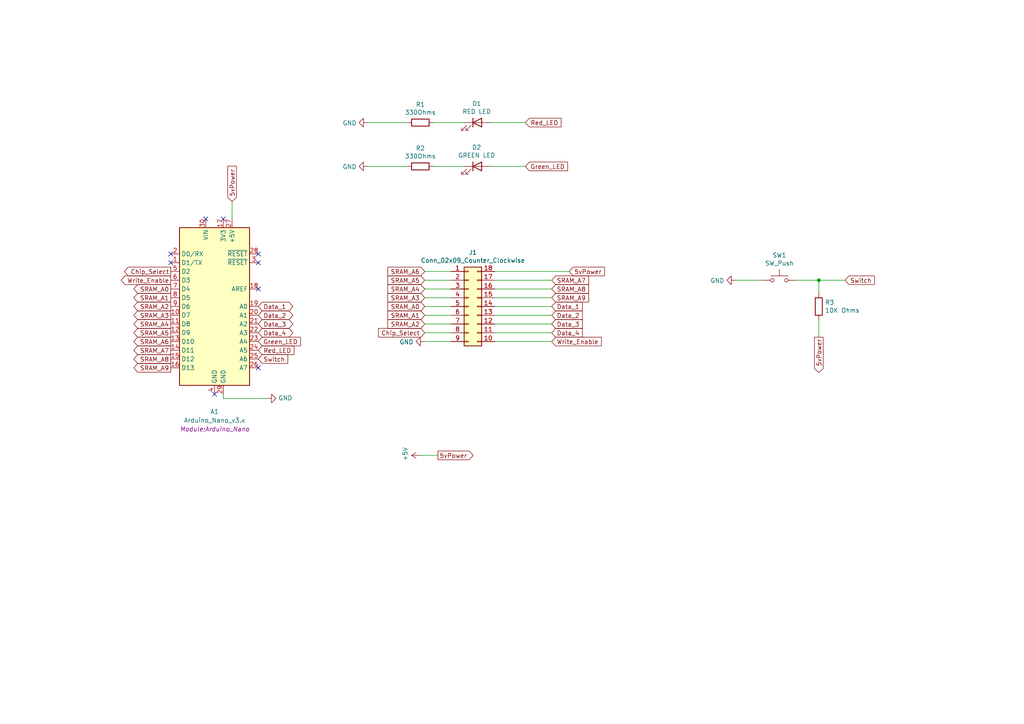
<source format=kicad_sch>
(kicad_sch (version 20211123) (generator eeschema)

  (uuid 760d7e02-828e-491e-aafa-70ee3ccc1879)

  (paper "A4")

  (title_block
    (title "2114 SRAM tester")
    (date "2021-07-02")
    (rev "0.1")
  )

  (lib_symbols
    (symbol "Connector_Generic:Conn_02x09_Counter_Clockwise" (pin_names (offset 1.016) hide) (in_bom yes) (on_board yes)
      (property "Reference" "J" (id 0) (at 1.27 12.7 0)
        (effects (font (size 1.27 1.27)))
      )
      (property "Value" "Conn_02x09_Counter_Clockwise" (id 1) (at 1.27 -12.7 0)
        (effects (font (size 1.27 1.27)))
      )
      (property "Footprint" "" (id 2) (at 0 0 0)
        (effects (font (size 1.27 1.27)) hide)
      )
      (property "Datasheet" "~" (id 3) (at 0 0 0)
        (effects (font (size 1.27 1.27)) hide)
      )
      (property "ki_keywords" "connector" (id 4) (at 0 0 0)
        (effects (font (size 1.27 1.27)) hide)
      )
      (property "ki_description" "Generic connector, double row, 02x09, counter clockwise pin numbering scheme (similar to DIP packge numbering), script generated (kicad-library-utils/schlib/autogen/connector/)" (id 5) (at 0 0 0)
        (effects (font (size 1.27 1.27)) hide)
      )
      (property "ki_fp_filters" "Connector*:*_2x??_*" (id 6) (at 0 0 0)
        (effects (font (size 1.27 1.27)) hide)
      )
      (symbol "Conn_02x09_Counter_Clockwise_1_1"
        (rectangle (start -1.27 -10.033) (end 0 -10.287)
          (stroke (width 0.1524) (type default) (color 0 0 0 0))
          (fill (type none))
        )
        (rectangle (start -1.27 -7.493) (end 0 -7.747)
          (stroke (width 0.1524) (type default) (color 0 0 0 0))
          (fill (type none))
        )
        (rectangle (start -1.27 -4.953) (end 0 -5.207)
          (stroke (width 0.1524) (type default) (color 0 0 0 0))
          (fill (type none))
        )
        (rectangle (start -1.27 -2.413) (end 0 -2.667)
          (stroke (width 0.1524) (type default) (color 0 0 0 0))
          (fill (type none))
        )
        (rectangle (start -1.27 0.127) (end 0 -0.127)
          (stroke (width 0.1524) (type default) (color 0 0 0 0))
          (fill (type none))
        )
        (rectangle (start -1.27 2.667) (end 0 2.413)
          (stroke (width 0.1524) (type default) (color 0 0 0 0))
          (fill (type none))
        )
        (rectangle (start -1.27 5.207) (end 0 4.953)
          (stroke (width 0.1524) (type default) (color 0 0 0 0))
          (fill (type none))
        )
        (rectangle (start -1.27 7.747) (end 0 7.493)
          (stroke (width 0.1524) (type default) (color 0 0 0 0))
          (fill (type none))
        )
        (rectangle (start -1.27 10.287) (end 0 10.033)
          (stroke (width 0.1524) (type default) (color 0 0 0 0))
          (fill (type none))
        )
        (rectangle (start -1.27 11.43) (end 3.81 -11.43)
          (stroke (width 0.254) (type default) (color 0 0 0 0))
          (fill (type background))
        )
        (rectangle (start 3.81 -10.033) (end 2.54 -10.287)
          (stroke (width 0.1524) (type default) (color 0 0 0 0))
          (fill (type none))
        )
        (rectangle (start 3.81 -7.493) (end 2.54 -7.747)
          (stroke (width 0.1524) (type default) (color 0 0 0 0))
          (fill (type none))
        )
        (rectangle (start 3.81 -4.953) (end 2.54 -5.207)
          (stroke (width 0.1524) (type default) (color 0 0 0 0))
          (fill (type none))
        )
        (rectangle (start 3.81 -2.413) (end 2.54 -2.667)
          (stroke (width 0.1524) (type default) (color 0 0 0 0))
          (fill (type none))
        )
        (rectangle (start 3.81 0.127) (end 2.54 -0.127)
          (stroke (width 0.1524) (type default) (color 0 0 0 0))
          (fill (type none))
        )
        (rectangle (start 3.81 2.667) (end 2.54 2.413)
          (stroke (width 0.1524) (type default) (color 0 0 0 0))
          (fill (type none))
        )
        (rectangle (start 3.81 5.207) (end 2.54 4.953)
          (stroke (width 0.1524) (type default) (color 0 0 0 0))
          (fill (type none))
        )
        (rectangle (start 3.81 7.747) (end 2.54 7.493)
          (stroke (width 0.1524) (type default) (color 0 0 0 0))
          (fill (type none))
        )
        (rectangle (start 3.81 10.287) (end 2.54 10.033)
          (stroke (width 0.1524) (type default) (color 0 0 0 0))
          (fill (type none))
        )
        (pin passive line (at -5.08 10.16 0) (length 3.81)
          (name "Pin_1" (effects (font (size 1.27 1.27))))
          (number "1" (effects (font (size 1.27 1.27))))
        )
        (pin passive line (at 7.62 -10.16 180) (length 3.81)
          (name "Pin_10" (effects (font (size 1.27 1.27))))
          (number "10" (effects (font (size 1.27 1.27))))
        )
        (pin passive line (at 7.62 -7.62 180) (length 3.81)
          (name "Pin_11" (effects (font (size 1.27 1.27))))
          (number "11" (effects (font (size 1.27 1.27))))
        )
        (pin passive line (at 7.62 -5.08 180) (length 3.81)
          (name "Pin_12" (effects (font (size 1.27 1.27))))
          (number "12" (effects (font (size 1.27 1.27))))
        )
        (pin passive line (at 7.62 -2.54 180) (length 3.81)
          (name "Pin_13" (effects (font (size 1.27 1.27))))
          (number "13" (effects (font (size 1.27 1.27))))
        )
        (pin passive line (at 7.62 0 180) (length 3.81)
          (name "Pin_14" (effects (font (size 1.27 1.27))))
          (number "14" (effects (font (size 1.27 1.27))))
        )
        (pin passive line (at 7.62 2.54 180) (length 3.81)
          (name "Pin_15" (effects (font (size 1.27 1.27))))
          (number "15" (effects (font (size 1.27 1.27))))
        )
        (pin passive line (at 7.62 5.08 180) (length 3.81)
          (name "Pin_16" (effects (font (size 1.27 1.27))))
          (number "16" (effects (font (size 1.27 1.27))))
        )
        (pin passive line (at 7.62 7.62 180) (length 3.81)
          (name "Pin_17" (effects (font (size 1.27 1.27))))
          (number "17" (effects (font (size 1.27 1.27))))
        )
        (pin passive line (at 7.62 10.16 180) (length 3.81)
          (name "Pin_18" (effects (font (size 1.27 1.27))))
          (number "18" (effects (font (size 1.27 1.27))))
        )
        (pin passive line (at -5.08 7.62 0) (length 3.81)
          (name "Pin_2" (effects (font (size 1.27 1.27))))
          (number "2" (effects (font (size 1.27 1.27))))
        )
        (pin passive line (at -5.08 5.08 0) (length 3.81)
          (name "Pin_3" (effects (font (size 1.27 1.27))))
          (number "3" (effects (font (size 1.27 1.27))))
        )
        (pin passive line (at -5.08 2.54 0) (length 3.81)
          (name "Pin_4" (effects (font (size 1.27 1.27))))
          (number "4" (effects (font (size 1.27 1.27))))
        )
        (pin passive line (at -5.08 0 0) (length 3.81)
          (name "Pin_5" (effects (font (size 1.27 1.27))))
          (number "5" (effects (font (size 1.27 1.27))))
        )
        (pin passive line (at -5.08 -2.54 0) (length 3.81)
          (name "Pin_6" (effects (font (size 1.27 1.27))))
          (number "6" (effects (font (size 1.27 1.27))))
        )
        (pin passive line (at -5.08 -5.08 0) (length 3.81)
          (name "Pin_7" (effects (font (size 1.27 1.27))))
          (number "7" (effects (font (size 1.27 1.27))))
        )
        (pin passive line (at -5.08 -7.62 0) (length 3.81)
          (name "Pin_8" (effects (font (size 1.27 1.27))))
          (number "8" (effects (font (size 1.27 1.27))))
        )
        (pin passive line (at -5.08 -10.16 0) (length 3.81)
          (name "Pin_9" (effects (font (size 1.27 1.27))))
          (number "9" (effects (font (size 1.27 1.27))))
        )
      )
    )
    (symbol "Device:LED" (pin_numbers hide) (pin_names (offset 1.016) hide) (in_bom yes) (on_board yes)
      (property "Reference" "D" (id 0) (at 0 2.54 0)
        (effects (font (size 1.27 1.27)))
      )
      (property "Value" "LED" (id 1) (at 0 -2.54 0)
        (effects (font (size 1.27 1.27)))
      )
      (property "Footprint" "" (id 2) (at 0 0 0)
        (effects (font (size 1.27 1.27)) hide)
      )
      (property "Datasheet" "~" (id 3) (at 0 0 0)
        (effects (font (size 1.27 1.27)) hide)
      )
      (property "ki_keywords" "LED diode" (id 4) (at 0 0 0)
        (effects (font (size 1.27 1.27)) hide)
      )
      (property "ki_description" "Light emitting diode" (id 5) (at 0 0 0)
        (effects (font (size 1.27 1.27)) hide)
      )
      (property "ki_fp_filters" "LED* LED_SMD:* LED_THT:*" (id 6) (at 0 0 0)
        (effects (font (size 1.27 1.27)) hide)
      )
      (symbol "LED_0_1"
        (polyline
          (pts
            (xy -1.27 -1.27)
            (xy -1.27 1.27)
          )
          (stroke (width 0.254) (type default) (color 0 0 0 0))
          (fill (type none))
        )
        (polyline
          (pts
            (xy -1.27 0)
            (xy 1.27 0)
          )
          (stroke (width 0) (type default) (color 0 0 0 0))
          (fill (type none))
        )
        (polyline
          (pts
            (xy 1.27 -1.27)
            (xy 1.27 1.27)
            (xy -1.27 0)
            (xy 1.27 -1.27)
          )
          (stroke (width 0.254) (type default) (color 0 0 0 0))
          (fill (type none))
        )
        (polyline
          (pts
            (xy -3.048 -0.762)
            (xy -4.572 -2.286)
            (xy -3.81 -2.286)
            (xy -4.572 -2.286)
            (xy -4.572 -1.524)
          )
          (stroke (width 0) (type default) (color 0 0 0 0))
          (fill (type none))
        )
        (polyline
          (pts
            (xy -1.778 -0.762)
            (xy -3.302 -2.286)
            (xy -2.54 -2.286)
            (xy -3.302 -2.286)
            (xy -3.302 -1.524)
          )
          (stroke (width 0) (type default) (color 0 0 0 0))
          (fill (type none))
        )
      )
      (symbol "LED_1_1"
        (pin passive line (at -3.81 0 0) (length 2.54)
          (name "K" (effects (font (size 1.27 1.27))))
          (number "1" (effects (font (size 1.27 1.27))))
        )
        (pin passive line (at 3.81 0 180) (length 2.54)
          (name "A" (effects (font (size 1.27 1.27))))
          (number "2" (effects (font (size 1.27 1.27))))
        )
      )
    )
    (symbol "Device:R" (pin_numbers hide) (pin_names (offset 0)) (in_bom yes) (on_board yes)
      (property "Reference" "R" (id 0) (at 2.032 0 90)
        (effects (font (size 1.27 1.27)))
      )
      (property "Value" "R" (id 1) (at 0 0 90)
        (effects (font (size 1.27 1.27)))
      )
      (property "Footprint" "" (id 2) (at -1.778 0 90)
        (effects (font (size 1.27 1.27)) hide)
      )
      (property "Datasheet" "~" (id 3) (at 0 0 0)
        (effects (font (size 1.27 1.27)) hide)
      )
      (property "ki_keywords" "R res resistor" (id 4) (at 0 0 0)
        (effects (font (size 1.27 1.27)) hide)
      )
      (property "ki_description" "Resistor" (id 5) (at 0 0 0)
        (effects (font (size 1.27 1.27)) hide)
      )
      (property "ki_fp_filters" "R_*" (id 6) (at 0 0 0)
        (effects (font (size 1.27 1.27)) hide)
      )
      (symbol "R_0_1"
        (rectangle (start -1.016 -2.54) (end 1.016 2.54)
          (stroke (width 0.254) (type default) (color 0 0 0 0))
          (fill (type none))
        )
      )
      (symbol "R_1_1"
        (pin passive line (at 0 3.81 270) (length 1.27)
          (name "~" (effects (font (size 1.27 1.27))))
          (number "1" (effects (font (size 1.27 1.27))))
        )
        (pin passive line (at 0 -3.81 90) (length 1.27)
          (name "~" (effects (font (size 1.27 1.27))))
          (number "2" (effects (font (size 1.27 1.27))))
        )
      )
    )
    (symbol "MCU_Module:Arduino_Nano_v3.x" (in_bom yes) (on_board yes)
      (property "Reference" "A" (id 0) (at -10.16 23.495 0)
        (effects (font (size 1.27 1.27)) (justify left bottom))
      )
      (property "Value" "Arduino_Nano_v3.x" (id 1) (at 5.08 -24.13 0)
        (effects (font (size 1.27 1.27)) (justify left top))
      )
      (property "Footprint" "Module:Arduino_Nano" (id 2) (at 0 0 0)
        (effects (font (size 1.27 1.27) italic) hide)
      )
      (property "Datasheet" "http://www.mouser.com/pdfdocs/Gravitech_Arduino_Nano3_0.pdf" (id 3) (at 0 0 0)
        (effects (font (size 1.27 1.27)) hide)
      )
      (property "ki_keywords" "Arduino nano microcontroller module USB" (id 4) (at 0 0 0)
        (effects (font (size 1.27 1.27)) hide)
      )
      (property "ki_description" "Arduino Nano v3.x" (id 5) (at 0 0 0)
        (effects (font (size 1.27 1.27)) hide)
      )
      (property "ki_fp_filters" "Arduino*Nano*" (id 6) (at 0 0 0)
        (effects (font (size 1.27 1.27)) hide)
      )
      (symbol "Arduino_Nano_v3.x_0_1"
        (rectangle (start -10.16 22.86) (end 10.16 -22.86)
          (stroke (width 0.254) (type default) (color 0 0 0 0))
          (fill (type background))
        )
      )
      (symbol "Arduino_Nano_v3.x_1_1"
        (pin bidirectional line (at -12.7 12.7 0) (length 2.54)
          (name "D1/TX" (effects (font (size 1.27 1.27))))
          (number "1" (effects (font (size 1.27 1.27))))
        )
        (pin bidirectional line (at -12.7 -2.54 0) (length 2.54)
          (name "D7" (effects (font (size 1.27 1.27))))
          (number "10" (effects (font (size 1.27 1.27))))
        )
        (pin bidirectional line (at -12.7 -5.08 0) (length 2.54)
          (name "D8" (effects (font (size 1.27 1.27))))
          (number "11" (effects (font (size 1.27 1.27))))
        )
        (pin bidirectional line (at -12.7 -7.62 0) (length 2.54)
          (name "D9" (effects (font (size 1.27 1.27))))
          (number "12" (effects (font (size 1.27 1.27))))
        )
        (pin bidirectional line (at -12.7 -10.16 0) (length 2.54)
          (name "D10" (effects (font (size 1.27 1.27))))
          (number "13" (effects (font (size 1.27 1.27))))
        )
        (pin bidirectional line (at -12.7 -12.7 0) (length 2.54)
          (name "D11" (effects (font (size 1.27 1.27))))
          (number "14" (effects (font (size 1.27 1.27))))
        )
        (pin bidirectional line (at -12.7 -15.24 0) (length 2.54)
          (name "D12" (effects (font (size 1.27 1.27))))
          (number "15" (effects (font (size 1.27 1.27))))
        )
        (pin bidirectional line (at -12.7 -17.78 0) (length 2.54)
          (name "D13" (effects (font (size 1.27 1.27))))
          (number "16" (effects (font (size 1.27 1.27))))
        )
        (pin power_out line (at 2.54 25.4 270) (length 2.54)
          (name "3V3" (effects (font (size 1.27 1.27))))
          (number "17" (effects (font (size 1.27 1.27))))
        )
        (pin input line (at 12.7 5.08 180) (length 2.54)
          (name "AREF" (effects (font (size 1.27 1.27))))
          (number "18" (effects (font (size 1.27 1.27))))
        )
        (pin bidirectional line (at 12.7 0 180) (length 2.54)
          (name "A0" (effects (font (size 1.27 1.27))))
          (number "19" (effects (font (size 1.27 1.27))))
        )
        (pin bidirectional line (at -12.7 15.24 0) (length 2.54)
          (name "D0/RX" (effects (font (size 1.27 1.27))))
          (number "2" (effects (font (size 1.27 1.27))))
        )
        (pin bidirectional line (at 12.7 -2.54 180) (length 2.54)
          (name "A1" (effects (font (size 1.27 1.27))))
          (number "20" (effects (font (size 1.27 1.27))))
        )
        (pin bidirectional line (at 12.7 -5.08 180) (length 2.54)
          (name "A2" (effects (font (size 1.27 1.27))))
          (number "21" (effects (font (size 1.27 1.27))))
        )
        (pin bidirectional line (at 12.7 -7.62 180) (length 2.54)
          (name "A3" (effects (font (size 1.27 1.27))))
          (number "22" (effects (font (size 1.27 1.27))))
        )
        (pin bidirectional line (at 12.7 -10.16 180) (length 2.54)
          (name "A4" (effects (font (size 1.27 1.27))))
          (number "23" (effects (font (size 1.27 1.27))))
        )
        (pin bidirectional line (at 12.7 -12.7 180) (length 2.54)
          (name "A5" (effects (font (size 1.27 1.27))))
          (number "24" (effects (font (size 1.27 1.27))))
        )
        (pin bidirectional line (at 12.7 -15.24 180) (length 2.54)
          (name "A6" (effects (font (size 1.27 1.27))))
          (number "25" (effects (font (size 1.27 1.27))))
        )
        (pin bidirectional line (at 12.7 -17.78 180) (length 2.54)
          (name "A7" (effects (font (size 1.27 1.27))))
          (number "26" (effects (font (size 1.27 1.27))))
        )
        (pin power_out line (at 5.08 25.4 270) (length 2.54)
          (name "+5V" (effects (font (size 1.27 1.27))))
          (number "27" (effects (font (size 1.27 1.27))))
        )
        (pin input line (at 12.7 15.24 180) (length 2.54)
          (name "~{RESET}" (effects (font (size 1.27 1.27))))
          (number "28" (effects (font (size 1.27 1.27))))
        )
        (pin power_in line (at 2.54 -25.4 90) (length 2.54)
          (name "GND" (effects (font (size 1.27 1.27))))
          (number "29" (effects (font (size 1.27 1.27))))
        )
        (pin input line (at 12.7 12.7 180) (length 2.54)
          (name "~{RESET}" (effects (font (size 1.27 1.27))))
          (number "3" (effects (font (size 1.27 1.27))))
        )
        (pin power_in line (at -2.54 25.4 270) (length 2.54)
          (name "VIN" (effects (font (size 1.27 1.27))))
          (number "30" (effects (font (size 1.27 1.27))))
        )
        (pin power_in line (at 0 -25.4 90) (length 2.54)
          (name "GND" (effects (font (size 1.27 1.27))))
          (number "4" (effects (font (size 1.27 1.27))))
        )
        (pin bidirectional line (at -12.7 10.16 0) (length 2.54)
          (name "D2" (effects (font (size 1.27 1.27))))
          (number "5" (effects (font (size 1.27 1.27))))
        )
        (pin bidirectional line (at -12.7 7.62 0) (length 2.54)
          (name "D3" (effects (font (size 1.27 1.27))))
          (number "6" (effects (font (size 1.27 1.27))))
        )
        (pin bidirectional line (at -12.7 5.08 0) (length 2.54)
          (name "D4" (effects (font (size 1.27 1.27))))
          (number "7" (effects (font (size 1.27 1.27))))
        )
        (pin bidirectional line (at -12.7 2.54 0) (length 2.54)
          (name "D5" (effects (font (size 1.27 1.27))))
          (number "8" (effects (font (size 1.27 1.27))))
        )
        (pin bidirectional line (at -12.7 0 0) (length 2.54)
          (name "D6" (effects (font (size 1.27 1.27))))
          (number "9" (effects (font (size 1.27 1.27))))
        )
      )
    )
    (symbol "Switch:SW_Push" (pin_numbers hide) (pin_names (offset 1.016) hide) (in_bom yes) (on_board yes)
      (property "Reference" "SW" (id 0) (at 1.27 2.54 0)
        (effects (font (size 1.27 1.27)) (justify left))
      )
      (property "Value" "SW_Push" (id 1) (at 0 -1.524 0)
        (effects (font (size 1.27 1.27)))
      )
      (property "Footprint" "" (id 2) (at 0 5.08 0)
        (effects (font (size 1.27 1.27)) hide)
      )
      (property "Datasheet" "~" (id 3) (at 0 5.08 0)
        (effects (font (size 1.27 1.27)) hide)
      )
      (property "ki_keywords" "switch normally-open pushbutton push-button" (id 4) (at 0 0 0)
        (effects (font (size 1.27 1.27)) hide)
      )
      (property "ki_description" "Push button switch, generic, two pins" (id 5) (at 0 0 0)
        (effects (font (size 1.27 1.27)) hide)
      )
      (symbol "SW_Push_0_1"
        (circle (center -2.032 0) (radius 0.508)
          (stroke (width 0) (type default) (color 0 0 0 0))
          (fill (type none))
        )
        (polyline
          (pts
            (xy 0 1.27)
            (xy 0 3.048)
          )
          (stroke (width 0) (type default) (color 0 0 0 0))
          (fill (type none))
        )
        (polyline
          (pts
            (xy 2.54 1.27)
            (xy -2.54 1.27)
          )
          (stroke (width 0) (type default) (color 0 0 0 0))
          (fill (type none))
        )
        (circle (center 2.032 0) (radius 0.508)
          (stroke (width 0) (type default) (color 0 0 0 0))
          (fill (type none))
        )
        (pin passive line (at -5.08 0 0) (length 2.54)
          (name "1" (effects (font (size 1.27 1.27))))
          (number "1" (effects (font (size 1.27 1.27))))
        )
        (pin passive line (at 5.08 0 180) (length 2.54)
          (name "2" (effects (font (size 1.27 1.27))))
          (number "2" (effects (font (size 1.27 1.27))))
        )
      )
    )
    (symbol "power:+5V" (power) (pin_names (offset 0)) (in_bom yes) (on_board yes)
      (property "Reference" "#PWR" (id 0) (at 0 -3.81 0)
        (effects (font (size 1.27 1.27)) hide)
      )
      (property "Value" "+5V" (id 1) (at 0 3.556 0)
        (effects (font (size 1.27 1.27)))
      )
      (property "Footprint" "" (id 2) (at 0 0 0)
        (effects (font (size 1.27 1.27)) hide)
      )
      (property "Datasheet" "" (id 3) (at 0 0 0)
        (effects (font (size 1.27 1.27)) hide)
      )
      (property "ki_keywords" "power-flag" (id 4) (at 0 0 0)
        (effects (font (size 1.27 1.27)) hide)
      )
      (property "ki_description" "Power symbol creates a global label with name \"+5V\"" (id 5) (at 0 0 0)
        (effects (font (size 1.27 1.27)) hide)
      )
      (symbol "+5V_0_1"
        (polyline
          (pts
            (xy -0.762 1.27)
            (xy 0 2.54)
          )
          (stroke (width 0) (type default) (color 0 0 0 0))
          (fill (type none))
        )
        (polyline
          (pts
            (xy 0 0)
            (xy 0 2.54)
          )
          (stroke (width 0) (type default) (color 0 0 0 0))
          (fill (type none))
        )
        (polyline
          (pts
            (xy 0 2.54)
            (xy 0.762 1.27)
          )
          (stroke (width 0) (type default) (color 0 0 0 0))
          (fill (type none))
        )
      )
      (symbol "+5V_1_1"
        (pin power_in line (at 0 0 90) (length 0) hide
          (name "+5V" (effects (font (size 1.27 1.27))))
          (number "1" (effects (font (size 1.27 1.27))))
        )
      )
    )
    (symbol "power:GND" (power) (pin_names (offset 0)) (in_bom yes) (on_board yes)
      (property "Reference" "#PWR" (id 0) (at 0 -6.35 0)
        (effects (font (size 1.27 1.27)) hide)
      )
      (property "Value" "GND" (id 1) (at 0 -3.81 0)
        (effects (font (size 1.27 1.27)))
      )
      (property "Footprint" "" (id 2) (at 0 0 0)
        (effects (font (size 1.27 1.27)) hide)
      )
      (property "Datasheet" "" (id 3) (at 0 0 0)
        (effects (font (size 1.27 1.27)) hide)
      )
      (property "ki_keywords" "power-flag" (id 4) (at 0 0 0)
        (effects (font (size 1.27 1.27)) hide)
      )
      (property "ki_description" "Power symbol creates a global label with name \"GND\" , ground" (id 5) (at 0 0 0)
        (effects (font (size 1.27 1.27)) hide)
      )
      (symbol "GND_0_1"
        (polyline
          (pts
            (xy 0 0)
            (xy 0 -1.27)
            (xy 1.27 -1.27)
            (xy 0 -2.54)
            (xy -1.27 -1.27)
            (xy 0 -1.27)
          )
          (stroke (width 0) (type default) (color 0 0 0 0))
          (fill (type none))
        )
      )
      (symbol "GND_1_1"
        (pin power_in line (at 0 0 270) (length 0) hide
          (name "GND" (effects (font (size 1.27 1.27))))
          (number "1" (effects (font (size 1.27 1.27))))
        )
      )
    )
  )

  (junction (at 237.49 81.28) (diameter 0) (color 0 0 0 0)
    (uuid d822fce5-845b-4812-8e20-22b98ce25a6f)
  )

  (no_connect (at 64.77 63.5) (uuid 65e3cc5d-cac9-4107-8f1b-b3b39dc14cc7))
  (no_connect (at 74.93 83.82) (uuid 74f59414-cd5b-4374-b62f-e8763d77c1c0))
  (no_connect (at 59.69 63.5) (uuid 80738059-95b7-4e03-aa3c-a940fcff07f8))
  (no_connect (at 74.93 73.66) (uuid b3684c14-f9da-4f6a-841e-8f572341a413))
  (no_connect (at 74.93 106.68) (uuid bbff1c8b-5ded-4dc7-99bb-14278387eb5f))
  (no_connect (at 49.53 73.66) (uuid d88f3343-58d5-42b6-8161-828d0c931122))
  (no_connect (at 62.23 114.3) (uuid e153b3ae-898b-427b-a1f8-d566f27b9439))
  (no_connect (at 49.53 76.2) (uuid ee82e6a5-21e2-4a15-ac8c-a63f30d4793f))
  (no_connect (at 74.93 76.2) (uuid f8c7aba3-b150-41cd-9a6a-e3ade15a4907))

  (wire (pts (xy 106.68 35.56) (xy 118.11 35.56))
    (stroke (width 0) (type default) (color 0 0 0 0))
    (uuid 006caa24-dadc-4ad1-9fb1-4798de89b365)
  )
  (wire (pts (xy 231.14 81.28) (xy 237.49 81.28))
    (stroke (width 0) (type default) (color 0 0 0 0))
    (uuid 0114a614-9fbf-4555-ac3e-c53463eb608d)
  )
  (wire (pts (xy 237.49 85.09) (xy 237.49 81.28))
    (stroke (width 0) (type default) (color 0 0 0 0))
    (uuid 141ee52c-0755-4139-a554-a30749d593af)
  )
  (wire (pts (xy 220.98 81.28) (xy 213.36 81.28))
    (stroke (width 0) (type default) (color 0 0 0 0))
    (uuid 18d13f59-4a51-407e-855b-ea34026f1113)
  )
  (wire (pts (xy 123.19 93.98) (xy 130.81 93.98))
    (stroke (width 0) (type default) (color 0 0 0 0))
    (uuid 19650568-f740-4134-87d8-c4e520f62bbd)
  )
  (wire (pts (xy 64.77 114.3) (xy 64.77 115.57))
    (stroke (width 0) (type default) (color 0 0 0 0))
    (uuid 1fa4ef7c-b519-4e5d-bb8c-803b5de46162)
  )
  (wire (pts (xy 123.19 83.82) (xy 130.81 83.82))
    (stroke (width 0) (type default) (color 0 0 0 0))
    (uuid 295c81a7-9ad7-47b2-a080-b5144ab4311f)
  )
  (wire (pts (xy 143.51 83.82) (xy 160.02 83.82))
    (stroke (width 0) (type default) (color 0 0 0 0))
    (uuid 35f87861-0379-4dab-a108-ffc1915211f2)
  )
  (wire (pts (xy 134.62 48.26) (xy 125.73 48.26))
    (stroke (width 0) (type default) (color 0 0 0 0))
    (uuid 3e364eb1-fe0b-404e-a8b3-d2aa157bbbab)
  )
  (wire (pts (xy 143.51 91.44) (xy 160.02 91.44))
    (stroke (width 0) (type default) (color 0 0 0 0))
    (uuid 549c0150-b086-49fc-8325-8201b60d9672)
  )
  (wire (pts (xy 143.51 93.98) (xy 160.02 93.98))
    (stroke (width 0) (type default) (color 0 0 0 0))
    (uuid 55f8414f-c960-4558-a070-f049dee1756e)
  )
  (wire (pts (xy 237.49 81.28) (xy 245.11 81.28))
    (stroke (width 0) (type default) (color 0 0 0 0))
    (uuid 567b8926-5c42-4814-8de6-de2a595534d6)
  )
  (wire (pts (xy 64.77 115.57) (xy 77.47 115.57))
    (stroke (width 0) (type default) (color 0 0 0 0))
    (uuid 5ff5c335-307f-49da-930d-f21a1520bebf)
  )
  (wire (pts (xy 130.81 99.06) (xy 123.19 99.06))
    (stroke (width 0) (type default) (color 0 0 0 0))
    (uuid 832ec2e5-6b25-4b96-b11d-a70dedb2ee29)
  )
  (wire (pts (xy 143.51 88.9) (xy 160.02 88.9))
    (stroke (width 0) (type default) (color 0 0 0 0))
    (uuid 83b2858e-3d3d-49c2-9891-53d48ca6b267)
  )
  (wire (pts (xy 143.51 81.28) (xy 160.02 81.28))
    (stroke (width 0) (type default) (color 0 0 0 0))
    (uuid 83ffc23b-465f-4d64-afb6-413cb848c333)
  )
  (wire (pts (xy 123.19 91.44) (xy 130.81 91.44))
    (stroke (width 0) (type default) (color 0 0 0 0))
    (uuid 893b87df-cb49-4231-ac02-e5ed04ac9045)
  )
  (wire (pts (xy 143.51 96.52) (xy 160.02 96.52))
    (stroke (width 0) (type default) (color 0 0 0 0))
    (uuid 9248c6b5-d7ac-4ed8-9707-09a1fcb598bf)
  )
  (wire (pts (xy 143.51 86.36) (xy 160.02 86.36))
    (stroke (width 0) (type default) (color 0 0 0 0))
    (uuid a022d08c-c821-4504-a91f-8c467615f26f)
  )
  (wire (pts (xy 152.4 35.56) (xy 142.24 35.56))
    (stroke (width 0) (type default) (color 0 0 0 0))
    (uuid ac4e335f-3a67-408f-a8e4-e0ec53cda22e)
  )
  (wire (pts (xy 123.19 78.74) (xy 130.81 78.74))
    (stroke (width 0) (type default) (color 0 0 0 0))
    (uuid af703da2-382e-485b-983a-059c7a3b74fb)
  )
  (wire (pts (xy 121.92 132.08) (xy 127 132.08))
    (stroke (width 0) (type default) (color 0 0 0 0))
    (uuid bb55c282-989c-40d6-8310-2afc108c9f9b)
  )
  (wire (pts (xy 143.51 99.06) (xy 160.02 99.06))
    (stroke (width 0) (type default) (color 0 0 0 0))
    (uuid c113af8e-e8a2-4852-ada7-da4de4495ca3)
  )
  (wire (pts (xy 123.19 96.52) (xy 130.81 96.52))
    (stroke (width 0) (type default) (color 0 0 0 0))
    (uuid c336b2ff-a6e7-45b9-afab-46692215becc)
  )
  (wire (pts (xy 118.11 48.26) (xy 106.68 48.26))
    (stroke (width 0) (type default) (color 0 0 0 0))
    (uuid cae99395-3c03-4b30-9713-dbefad74064f)
  )
  (wire (pts (xy 134.62 35.56) (xy 125.73 35.56))
    (stroke (width 0) (type default) (color 0 0 0 0))
    (uuid d1a6aada-15ec-4c54-9ff5-494ab3833659)
  )
  (wire (pts (xy 237.49 92.71) (xy 237.49 97.79))
    (stroke (width 0) (type default) (color 0 0 0 0))
    (uuid e0c9740a-4f67-4eb2-b7d6-a60fa000f4a0)
  )
  (wire (pts (xy 67.31 63.5) (xy 67.31 58.42))
    (stroke (width 0) (type default) (color 0 0 0 0))
    (uuid e179947c-1d7f-4b2f-8d09-87339da4ee9e)
  )
  (wire (pts (xy 123.19 88.9) (xy 130.81 88.9))
    (stroke (width 0) (type default) (color 0 0 0 0))
    (uuid e26c9288-0d08-4923-af85-f9975f8b9c27)
  )
  (wire (pts (xy 143.51 78.74) (xy 165.1 78.74))
    (stroke (width 0) (type default) (color 0 0 0 0))
    (uuid e2e9d6d2-a5bb-49d0-b2d2-867a89e67b37)
  )
  (wire (pts (xy 123.19 86.36) (xy 130.81 86.36))
    (stroke (width 0) (type default) (color 0 0 0 0))
    (uuid f0f558a6-4b5a-4bfb-9e48-56819f4ee90c)
  )
  (wire (pts (xy 123.19 81.28) (xy 130.81 81.28))
    (stroke (width 0) (type default) (color 0 0 0 0))
    (uuid f72f1b87-6157-4591-b93e-4cea5609f53a)
  )
  (wire (pts (xy 152.4 48.26) (xy 142.24 48.26))
    (stroke (width 0) (type default) (color 0 0 0 0))
    (uuid fa5a2764-c06c-439d-affc-5d9855caff2a)
  )

  (global_label "SRAM_A2" (shape input) (at 123.19 93.98 180) (fields_autoplaced)
    (effects (font (size 1.27 1.27)) (justify right))
    (uuid 05d16635-40dc-46cd-a939-17027dc034ff)
    (property "Intersheet References" "${INTERSHEET_REFS}" (id 0) (at 0 0 0)
      (effects (font (size 1.27 1.27)) hide)
    )
  )
  (global_label "SRAM_A2" (shape output) (at 49.53 88.9 180) (fields_autoplaced)
    (effects (font (size 1.27 1.27)) (justify right))
    (uuid 07785723-aea7-4725-88a1-2e7d13eb6b6a)
    (property "Intersheet References" "${INTERSHEET_REFS}" (id 0) (at 19.05 8.89 0)
      (effects (font (size 1.27 1.27)) hide)
    )
  )
  (global_label "SRAM_A9" (shape input) (at 160.02 86.36 0) (fields_autoplaced)
    (effects (font (size 1.27 1.27)) (justify left))
    (uuid 0cb03821-e57d-47a4-a8fe-59276a8d6a9a)
    (property "Intersheet References" "${INTERSHEET_REFS}" (id 0) (at 0 0 0)
      (effects (font (size 1.27 1.27)) hide)
    )
  )
  (global_label "SRAM_A8" (shape output) (at 49.53 104.14 180) (fields_autoplaced)
    (effects (font (size 1.27 1.27)) (justify right))
    (uuid 17f6baea-ddb9-4b48-b3ce-650ab7b44490)
    (property "Intersheet References" "${INTERSHEET_REFS}" (id 0) (at 19.05 1.27 0)
      (effects (font (size 1.27 1.27)) hide)
    )
  )
  (global_label "Data_2" (shape bidirectional) (at 74.93 91.44 0) (fields_autoplaced)
    (effects (font (size 1.27 1.27)) (justify left))
    (uuid 1c66bff3-0fcc-4a7e-ac00-c2df2be31ae0)
    (property "Intersheet References" "${INTERSHEET_REFS}" (id 0) (at -10.16 -1.27 0)
      (effects (font (size 1.27 1.27)) hide)
    )
  )
  (global_label "Green_LED" (shape input) (at 152.4 48.26 0) (fields_autoplaced)
    (effects (font (size 1.27 1.27)) (justify left))
    (uuid 23dd1de8-6e07-4a1b-813d-e39d03b9afea)
    (property "Intersheet References" "${INTERSHEET_REFS}" (id 0) (at 0 0 0)
      (effects (font (size 1.27 1.27)) hide)
    )
  )
  (global_label "SRAM_A3" (shape input) (at 123.19 86.36 180) (fields_autoplaced)
    (effects (font (size 1.27 1.27)) (justify right))
    (uuid 29649ccb-223c-430b-b13b-36674539480e)
    (property "Intersheet References" "${INTERSHEET_REFS}" (id 0) (at 0 0 0)
      (effects (font (size 1.27 1.27)) hide)
    )
  )
  (global_label "5vPower" (shape output) (at 127 132.08 0) (fields_autoplaced)
    (effects (font (size 1.27 1.27)) (justify left))
    (uuid 2d5ce052-e282-4378-8e65-d16c27688032)
    (property "Intersheet References" "${INTERSHEET_REFS}" (id 0) (at 0 0 0)
      (effects (font (size 1.27 1.27)) hide)
    )
  )
  (global_label "Write_Enable" (shape input) (at 160.02 99.06 0) (fields_autoplaced)
    (effects (font (size 1.27 1.27)) (justify left))
    (uuid 2e01ac42-e63c-4c5b-b17c-d6d49a1d21cf)
    (property "Intersheet References" "${INTERSHEET_REFS}" (id 0) (at 0 0 0)
      (effects (font (size 1.27 1.27)) hide)
    )
  )
  (global_label "Red_LED" (shape input) (at 152.4 35.56 0) (fields_autoplaced)
    (effects (font (size 1.27 1.27)) (justify left))
    (uuid 31506eb2-e444-49ea-bced-4033007f68d6)
    (property "Intersheet References" "${INTERSHEET_REFS}" (id 0) (at 0 0 0)
      (effects (font (size 1.27 1.27)) hide)
    )
  )
  (global_label "SRAM_A5" (shape input) (at 123.19 81.28 180) (fields_autoplaced)
    (effects (font (size 1.27 1.27)) (justify right))
    (uuid 3c277987-f2a7-42e2-94c5-64ca3968a4ea)
    (property "Intersheet References" "${INTERSHEET_REFS}" (id 0) (at 0 0 0)
      (effects (font (size 1.27 1.27)) hide)
    )
  )
  (global_label "SRAM_A5" (shape output) (at 49.53 96.52 180) (fields_autoplaced)
    (effects (font (size 1.27 1.27)) (justify right))
    (uuid 3db6f70a-4f1e-4138-9e68-ac25491fd0c3)
    (property "Intersheet References" "${INTERSHEET_REFS}" (id 0) (at 19.05 5.08 0)
      (effects (font (size 1.27 1.27)) hide)
    )
  )
  (global_label "Data_2" (shape input) (at 160.02 91.44 0) (fields_autoplaced)
    (effects (font (size 1.27 1.27)) (justify left))
    (uuid 42ede3b0-a5ef-49d4-b0d1-77e06ed55295)
    (property "Intersheet References" "${INTERSHEET_REFS}" (id 0) (at 0 0 0)
      (effects (font (size 1.27 1.27)) hide)
    )
  )
  (global_label "SRAM_A7" (shape output) (at 49.53 101.6 180) (fields_autoplaced)
    (effects (font (size 1.27 1.27)) (justify right))
    (uuid 4b3723b8-5ae6-44ef-be9d-97362660d93c)
    (property "Intersheet References" "${INTERSHEET_REFS}" (id 0) (at 19.05 2.54 0)
      (effects (font (size 1.27 1.27)) hide)
    )
  )
  (global_label "SRAM_A4" (shape input) (at 123.19 83.82 180) (fields_autoplaced)
    (effects (font (size 1.27 1.27)) (justify right))
    (uuid 4ffa35bc-fa03-4c11-9c75-7260d6a148b8)
    (property "Intersheet References" "${INTERSHEET_REFS}" (id 0) (at 0 0 0)
      (effects (font (size 1.27 1.27)) hide)
    )
  )
  (global_label "Data_3" (shape input) (at 160.02 93.98 0) (fields_autoplaced)
    (effects (font (size 1.27 1.27)) (justify left))
    (uuid 54ec7c68-0481-4d7f-bbc5-5995126c918e)
    (property "Intersheet References" "${INTERSHEET_REFS}" (id 0) (at 0 0 0)
      (effects (font (size 1.27 1.27)) hide)
    )
  )
  (global_label "Write_Enable" (shape output) (at 49.53 81.28 180) (fields_autoplaced)
    (effects (font (size 1.27 1.27)) (justify right))
    (uuid 7169716f-7c5b-44ca-b641-64bd403d8be1)
    (property "Intersheet References" "${INTERSHEET_REFS}" (id 0) (at 19.05 15.24 0)
      (effects (font (size 1.27 1.27)) hide)
    )
  )
  (global_label "SRAM_A8" (shape input) (at 160.02 83.82 0) (fields_autoplaced)
    (effects (font (size 1.27 1.27)) (justify left))
    (uuid 7bbe12a6-c0f0-4eac-b01e-0d07c01af2c1)
    (property "Intersheet References" "${INTERSHEET_REFS}" (id 0) (at 0 0 0)
      (effects (font (size 1.27 1.27)) hide)
    )
  )
  (global_label "Data_1" (shape bidirectional) (at 74.93 88.9 0) (fields_autoplaced)
    (effects (font (size 1.27 1.27)) (justify left))
    (uuid 7da9890d-db61-46c8-9fba-bf8e3881798c)
    (property "Intersheet References" "${INTERSHEET_REFS}" (id 0) (at -10.16 0 0)
      (effects (font (size 1.27 1.27)) hide)
    )
  )
  (global_label "SRAM_A7" (shape input) (at 160.02 81.28 0) (fields_autoplaced)
    (effects (font (size 1.27 1.27)) (justify left))
    (uuid 8262add3-d4a5-4113-9b35-e2e4a2c74370)
    (property "Intersheet References" "${INTERSHEET_REFS}" (id 0) (at 0 0 0)
      (effects (font (size 1.27 1.27)) hide)
    )
  )
  (global_label "Red_LED" (shape input) (at 74.93 101.6 0) (fields_autoplaced)
    (effects (font (size 1.27 1.27)) (justify left))
    (uuid 882e4589-5bca-489b-899d-e9ff243c1eba)
    (property "Intersheet References" "${INTERSHEET_REFS}" (id 0) (at -77.47 66.04 0)
      (effects (font (size 1.27 1.27)) hide)
    )
  )
  (global_label "Data_4" (shape input) (at 160.02 96.52 0) (fields_autoplaced)
    (effects (font (size 1.27 1.27)) (justify left))
    (uuid 892e439e-2ff6-4730-b952-f914a77ea6ca)
    (property "Intersheet References" "${INTERSHEET_REFS}" (id 0) (at 0 0 0)
      (effects (font (size 1.27 1.27)) hide)
    )
  )
  (global_label "Green_LED" (shape input) (at 74.93 99.06 0) (fields_autoplaced)
    (effects (font (size 1.27 1.27)) (justify left))
    (uuid 9b9f239d-df19-4580-b276-2c6869e8da13)
    (property "Intersheet References" "${INTERSHEET_REFS}" (id 0) (at -77.47 50.8 0)
      (effects (font (size 1.27 1.27)) hide)
    )
  )
  (global_label "Chip_Select" (shape output) (at 49.53 78.74 180) (fields_autoplaced)
    (effects (font (size 1.27 1.27)) (justify right))
    (uuid a424c36d-6174-460b-b6e0-05fa47190f41)
    (property "Intersheet References" "${INTERSHEET_REFS}" (id 0) (at 19.05 16.51 0)
      (effects (font (size 1.27 1.27)) hide)
    )
  )
  (global_label "SRAM_A6" (shape output) (at 49.53 99.06 180) (fields_autoplaced)
    (effects (font (size 1.27 1.27)) (justify right))
    (uuid ac7e290f-20db-47f8-9d38-cd363fbf0329)
    (property "Intersheet References" "${INTERSHEET_REFS}" (id 0) (at 19.05 3.81 0)
      (effects (font (size 1.27 1.27)) hide)
    )
  )
  (global_label "Chip_Select" (shape input) (at 123.19 96.52 180) (fields_autoplaced)
    (effects (font (size 1.27 1.27)) (justify right))
    (uuid aee262d7-4caf-4734-b028-29cca54fb6ef)
    (property "Intersheet References" "${INTERSHEET_REFS}" (id 0) (at 0 0 0)
      (effects (font (size 1.27 1.27)) hide)
    )
  )
  (global_label "SRAM_A4" (shape output) (at 49.53 93.98 180) (fields_autoplaced)
    (effects (font (size 1.27 1.27)) (justify right))
    (uuid b1105b37-c160-42b7-a244-0e11059b2823)
    (property "Intersheet References" "${INTERSHEET_REFS}" (id 0) (at 19.05 6.35 0)
      (effects (font (size 1.27 1.27)) hide)
    )
  )
  (global_label "SRAM_A9" (shape output) (at 49.53 106.68 180) (fields_autoplaced)
    (effects (font (size 1.27 1.27)) (justify right))
    (uuid bfada257-b456-4e8d-ad7a-bfb67da5a90b)
    (property "Intersheet References" "${INTERSHEET_REFS}" (id 0) (at 19.05 0 0)
      (effects (font (size 1.27 1.27)) hide)
    )
  )
  (global_label "Data_4" (shape bidirectional) (at 74.93 96.52 0) (fields_autoplaced)
    (effects (font (size 1.27 1.27)) (justify left))
    (uuid c0ef8935-818c-4c9c-9f02-093dcca8373a)
    (property "Intersheet References" "${INTERSHEET_REFS}" (id 0) (at -10.16 -3.81 0)
      (effects (font (size 1.27 1.27)) hide)
    )
  )
  (global_label "SRAM_A1" (shape output) (at 49.53 86.36 180) (fields_autoplaced)
    (effects (font (size 1.27 1.27)) (justify right))
    (uuid cac6727f-432f-4012-8c6a-e92607fca7db)
    (property "Intersheet References" "${INTERSHEET_REFS}" (id 0) (at 19.05 10.16 0)
      (effects (font (size 1.27 1.27)) hide)
    )
  )
  (global_label "5vPower" (shape input) (at 165.1 78.74 0) (fields_autoplaced)
    (effects (font (size 1.27 1.27)) (justify left))
    (uuid cf109c94-f1f7-45b8-b416-ee697e5f9b88)
    (property "Intersheet References" "${INTERSHEET_REFS}" (id 0) (at 0 0 0)
      (effects (font (size 1.27 1.27)) hide)
    )
  )
  (global_label "SRAM_A3" (shape output) (at 49.53 91.44 180) (fields_autoplaced)
    (effects (font (size 1.27 1.27)) (justify right))
    (uuid d016cc23-4798-40d2-91cb-e3f70de6a30c)
    (property "Intersheet References" "${INTERSHEET_REFS}" (id 0) (at 19.05 7.62 0)
      (effects (font (size 1.27 1.27)) hide)
    )
  )
  (global_label "SRAM_A6" (shape input) (at 123.19 78.74 180) (fields_autoplaced)
    (effects (font (size 1.27 1.27)) (justify right))
    (uuid d401e51c-3f87-4e20-a6fa-c8aaa91ae167)
    (property "Intersheet References" "${INTERSHEET_REFS}" (id 0) (at 0 0 0)
      (effects (font (size 1.27 1.27)) hide)
    )
  )
  (global_label "Data_1" (shape input) (at 160.02 88.9 0) (fields_autoplaced)
    (effects (font (size 1.27 1.27)) (justify left))
    (uuid e06134ba-fdef-4785-903f-7aec2d77308b)
    (property "Intersheet References" "${INTERSHEET_REFS}" (id 0) (at 0 0 0)
      (effects (font (size 1.27 1.27)) hide)
    )
  )
  (global_label "5vPower" (shape output) (at 237.49 97.79 270) (fields_autoplaced)
    (effects (font (size 1.27 1.27)) (justify right))
    (uuid e903d89c-f430-4498-bb0e-86f2face7547)
    (property "Intersheet References" "${INTERSHEET_REFS}" (id 0) (at 0 0 0)
      (effects (font (size 1.27 1.27)) hide)
    )
  )
  (global_label "Switch" (shape input) (at 245.11 81.28 0) (fields_autoplaced)
    (effects (font (size 1.27 1.27)) (justify left))
    (uuid e96a10e9-2379-4ed7-ba5a-790470712f87)
    (property "Intersheet References" "${INTERSHEET_REFS}" (id 0) (at 0 0 0)
      (effects (font (size 1.27 1.27)) hide)
    )
  )
  (global_label "SRAM_A0" (shape input) (at 123.19 88.9 180) (fields_autoplaced)
    (effects (font (size 1.27 1.27)) (justify right))
    (uuid eafcd184-adb6-45a5-a498-e4a6880bdcb7)
    (property "Intersheet References" "${INTERSHEET_REFS}" (id 0) (at 0 0 0)
      (effects (font (size 1.27 1.27)) hide)
    )
  )
  (global_label "5vPower" (shape input) (at 67.31 58.42 90) (fields_autoplaced)
    (effects (font (size 1.27 1.27)) (justify left))
    (uuid eee4e414-747e-48f2-95cd-a7aa62e9ef84)
    (property "Intersheet References" "${INTERSHEET_REFS}" (id 0) (at 0 0 0)
      (effects (font (size 1.27 1.27)) hide)
    )
  )
  (global_label "Data_3" (shape bidirectional) (at 74.93 93.98 0) (fields_autoplaced)
    (effects (font (size 1.27 1.27)) (justify left))
    (uuid efc5c580-6a5f-4c24-b2c1-a05ebb87461b)
    (property "Intersheet References" "${INTERSHEET_REFS}" (id 0) (at -10.16 -2.54 0)
      (effects (font (size 1.27 1.27)) hide)
    )
  )
  (global_label "SRAM_A0" (shape output) (at 49.53 83.82 180) (fields_autoplaced)
    (effects (font (size 1.27 1.27)) (justify right))
    (uuid fd04a6e2-4433-4a28-8350-727be7a40f46)
    (property "Intersheet References" "${INTERSHEET_REFS}" (id 0) (at 19.05 11.43 0)
      (effects (font (size 1.27 1.27)) hide)
    )
  )
  (global_label "Switch" (shape input) (at 74.93 104.14 0) (fields_autoplaced)
    (effects (font (size 1.27 1.27)) (justify left))
    (uuid fd875f0a-34c3-4eb4-9ca6-0f65492cd9b0)
    (property "Intersheet References" "${INTERSHEET_REFS}" (id 0) (at -10.16 -7.62 0)
      (effects (font (size 1.27 1.27)) hide)
    )
  )
  (global_label "SRAM_A1" (shape input) (at 123.19 91.44 180) (fields_autoplaced)
    (effects (font (size 1.27 1.27)) (justify right))
    (uuid fe13ff4d-6417-478e-b364-9651ac0b4537)
    (property "Intersheet References" "${INTERSHEET_REFS}" (id 0) (at 0 0 0)
      (effects (font (size 1.27 1.27)) hide)
    )
  )

  (symbol (lib_id "MCU_Module:Arduino_Nano_v3.x") (at 62.23 88.9 0) (unit 1)
    (in_bom yes) (on_board yes)
    (uuid 00000000-0000-0000-0000-000060df5bd0)
    (property "Reference" "A1" (id 0) (at 62.23 119.38 0))
    (property "Value" "Arduino_Nano_v3.x" (id 1) (at 62.23 121.92 0))
    (property "Footprint" "Module:Arduino_Nano" (id 2) (at 62.23 124.46 0)
      (effects (font (size 1.27 1.27) italic))
    )
    (property "Datasheet" "http://www.mouser.com/pdfdocs/Gravitech_Arduino_Nano3_0.pdf" (id 3) (at 62.23 88.9 0)
      (effects (font (size 1.27 1.27)) hide)
    )
    (pin "1" (uuid 5f07edac-91c7-42b5-ac36-8f37528ea7a1))
    (pin "10" (uuid 30febbe1-cd69-4e6b-888d-d16538741075))
    (pin "11" (uuid ce634c23-052e-4a19-aa4e-efdc7613551a))
    (pin "12" (uuid 53dc9fdb-2310-435b-b38a-584c5bfe335a))
    (pin "13" (uuid 8148baf9-d38f-49ac-b5c8-1d878e912144))
    (pin "14" (uuid b67bd896-0aa6-427b-9833-c06c8914f189))
    (pin "15" (uuid 46463781-fed9-4ae5-9e3f-caad3d2c6bb7))
    (pin "16" (uuid 8e533e56-6f0e-44ea-be84-22f047ed251b))
    (pin "17" (uuid fa6f1149-7a14-4f39-ae76-7ffed1e15835))
    (pin "18" (uuid 4625fae0-d04f-43f7-85c9-bb4f078c992b))
    (pin "19" (uuid 15945e16-156d-4b94-bbb8-e438bca88915))
    (pin "2" (uuid 631bdcb6-0208-46ea-a48c-7440f15b23f0))
    (pin "20" (uuid bb6712db-7a46-47fc-a7df-14f861831562))
    (pin "21" (uuid fd29807c-dd40-4642-aff3-dfb6cfa0ce4d))
    (pin "22" (uuid bc8587a4-2e90-4b25-aafe-2fb03af65e78))
    (pin "23" (uuid 289727d7-b5ae-4b6d-b2a6-700cfb7516ac))
    (pin "24" (uuid d6c6ab40-6861-46e0-b19a-3a56633a4dda))
    (pin "25" (uuid 62c11c8f-32b2-418a-9ae9-982a20600961))
    (pin "26" (uuid 0c90b6a0-3267-4d2a-9397-85a0d3b2c9b1))
    (pin "27" (uuid 7a5fcbd6-7fa2-403c-a07c-7556df994afe))
    (pin "28" (uuid 24848695-300c-4a83-8e45-a07d3d81d360))
    (pin "29" (uuid 67935bf6-daa5-4bed-b30a-831d10ce0c64))
    (pin "3" (uuid 616eb4eb-8f71-4629-922b-b50d94c5786f))
    (pin "30" (uuid 12a1e5e1-87fb-416f-aa04-e7566f2225e5))
    (pin "4" (uuid f0dfaf0c-f6f2-418b-9167-fab912a8d4dd))
    (pin "5" (uuid d5bd5082-0bb9-4c5b-9288-9bf9847c0e68))
    (pin "6" (uuid 486301b5-565a-47ee-96c3-7bd43487aa14))
    (pin "7" (uuid 4a9b804a-c97f-4b6d-8ad1-7c50a400be4f))
    (pin "8" (uuid e9c1b088-fb88-4f5b-99a8-b58b8f21275c))
    (pin "9" (uuid b197cf88-08db-4be9-bda3-0c82f75e9c80))
  )

  (symbol (lib_id "Connector_Generic:Conn_02x09_Counter_Clockwise") (at 135.89 88.9 0) (unit 1)
    (in_bom yes) (on_board yes)
    (uuid 00000000-0000-0000-0000-000060df7143)
    (property "Reference" "J1" (id 0) (at 137.16 73.2282 0))
    (property "Value" "Conn_02x09_Counter_Clockwise" (id 1) (at 137.16 75.5396 0))
    (property "Footprint" "Package_DIP:DIP-18_W7.62mm_Socket" (id 2) (at 135.89 88.9 0)
      (effects (font (size 1.27 1.27)) hide)
    )
    (property "Datasheet" "~" (id 3) (at 135.89 88.9 0)
      (effects (font (size 1.27 1.27)) hide)
    )
    (pin "1" (uuid 6f9f5399-e8bc-47c0-8d62-cdf3a4aeb7fe))
    (pin "10" (uuid 6ec4d7fd-5dfa-4a72-8412-107456d7ea8f))
    (pin "11" (uuid 4e66acfe-8781-4273-b2fd-1ab44ad68ec9))
    (pin "12" (uuid 0dbc5572-3724-47cc-9233-66966fd5f7cd))
    (pin "13" (uuid 7ec5f66e-9f7e-4883-8d88-3ad4d7be3fdf))
    (pin "14" (uuid c6be48b8-bf0b-4cea-b069-045a415a2f73))
    (pin "15" (uuid 0d97ca40-202a-4dc2-bff0-5335797f085d))
    (pin "16" (uuid 8cfe2e23-0b13-40d6-a148-8927b80d43ff))
    (pin "17" (uuid 75fde52b-f3b1-4086-8190-15eb555f54db))
    (pin "18" (uuid 5b69a93b-b03f-423c-b61a-828590cf0b40))
    (pin "2" (uuid a5247c4c-969d-4936-a16b-4acda1735775))
    (pin "3" (uuid 06583123-3bd4-47e7-8eb7-8e6761d5d679))
    (pin "4" (uuid 6a6f76f9-8f86-4949-9f7f-ef56e8e39641))
    (pin "5" (uuid a9bf6e59-2354-4b45-ad9a-9468cce717ed))
    (pin "6" (uuid d255a6c2-7e4a-4da9-8ae4-f57cd5d4751b))
    (pin "7" (uuid 2afb2f8e-48d4-411a-b18a-8e78cc335d03))
    (pin "8" (uuid b6bf2003-8a60-40ba-b80d-0c9de505bdfb))
    (pin "9" (uuid 5f1ddb1c-0a46-4f2c-8448-5dd161cc2ada))
  )

  (symbol (lib_id "Device:LED") (at 138.43 48.26 0) (unit 1)
    (in_bom yes) (on_board yes)
    (uuid 00000000-0000-0000-0000-000060dfb23b)
    (property "Reference" "D2" (id 0) (at 138.2522 42.7482 0))
    (property "Value" "GREEN LED" (id 1) (at 138.2522 45.0596 0))
    (property "Footprint" "LED_THT:LED_D4.0mm" (id 2) (at 138.43 48.26 0)
      (effects (font (size 1.27 1.27)) hide)
    )
    (property "Datasheet" "~" (id 3) (at 138.43 48.26 0)
      (effects (font (size 1.27 1.27)) hide)
    )
    (pin "1" (uuid 425d7e5e-5637-464f-9d2b-3fb6acd60de0))
    (pin "2" (uuid e52295af-e138-4f92-b036-977d67958e7e))
  )

  (symbol (lib_id "Device:LED") (at 138.43 35.56 0) (unit 1)
    (in_bom yes) (on_board yes)
    (uuid 00000000-0000-0000-0000-000060dfbd33)
    (property "Reference" "D1" (id 0) (at 138.2522 30.0482 0))
    (property "Value" "RED LED" (id 1) (at 138.2522 32.3596 0))
    (property "Footprint" "LED_THT:LED_D4.0mm" (id 2) (at 138.43 35.56 0)
      (effects (font (size 1.27 1.27)) hide)
    )
    (property "Datasheet" "~" (id 3) (at 138.43 35.56 0)
      (effects (font (size 1.27 1.27)) hide)
    )
    (pin "1" (uuid 96f568c1-7552-4864-b5aa-0a966842a63e))
    (pin "2" (uuid 48f98aba-a323-4406-ab5c-32d2b3b45900))
  )

  (symbol (lib_id "power:+5V") (at 121.92 132.08 90) (unit 1)
    (in_bom yes) (on_board yes)
    (uuid 00000000-0000-0000-0000-000060dfccb0)
    (property "Reference" "#PWR0102" (id 0) (at 125.73 132.08 0)
      (effects (font (size 1.27 1.27)) hide)
    )
    (property "Value" "+5V" (id 1) (at 117.5258 131.699 0))
    (property "Footprint" "" (id 2) (at 121.92 132.08 0)
      (effects (font (size 1.27 1.27)) hide)
    )
    (property "Datasheet" "" (id 3) (at 121.92 132.08 0)
      (effects (font (size 1.27 1.27)) hide)
    )
    (pin "1" (uuid 1349bd59-d529-47ff-a9d4-0de16a2952ea))
  )

  (symbol (lib_id "Device:R") (at 121.92 48.26 270) (unit 1)
    (in_bom yes) (on_board yes)
    (uuid 00000000-0000-0000-0000-000060e674cf)
    (property "Reference" "R2" (id 0) (at 121.92 43.0022 90))
    (property "Value" "330Ohms" (id 1) (at 121.92 45.3136 90))
    (property "Footprint" "Resistor_THT:R_Axial_DIN0309_L9.0mm_D3.2mm_P12.70mm_Horizontal" (id 2) (at 121.92 45.339 90)
      (effects (font (size 1.27 1.27)) hide)
    )
    (property "Datasheet" "~" (id 3) (at 121.92 48.26 0)
      (effects (font (size 1.27 1.27)) hide)
    )
    (pin "1" (uuid 6b143ce0-1b60-43fd-83b5-e8db80648316))
    (pin "2" (uuid 89c7402e-ae2c-4844-a57d-9419021cd69c))
  )

  (symbol (lib_id "Device:R") (at 121.92 35.56 90) (unit 1)
    (in_bom yes) (on_board yes)
    (uuid 00000000-0000-0000-0000-000060e67b0f)
    (property "Reference" "R1" (id 0) (at 121.92 30.3022 90))
    (property "Value" "330Ohms" (id 1) (at 121.92 32.6136 90))
    (property "Footprint" "Resistor_THT:R_Axial_DIN0309_L9.0mm_D3.2mm_P12.70mm_Horizontal" (id 2) (at 121.92 37.338 90)
      (effects (font (size 1.27 1.27)) hide)
    )
    (property "Datasheet" "~" (id 3) (at 121.92 35.56 0)
      (effects (font (size 1.27 1.27)) hide)
    )
    (pin "1" (uuid 7afbf8d8-7e54-484e-8556-4ab11a08d796))
    (pin "2" (uuid 88c4cef0-7284-4e21-88c7-be6927753d22))
  )

  (symbol (lib_id "power:GND") (at 77.47 115.57 90) (unit 1)
    (in_bom yes) (on_board yes)
    (uuid 00000000-0000-0000-0000-000060ee3e2a)
    (property "Reference" "#PWR0103" (id 0) (at 83.82 115.57 0)
      (effects (font (size 1.27 1.27)) hide)
    )
    (property "Value" "GND" (id 1) (at 80.7212 115.443 90)
      (effects (font (size 1.27 1.27)) (justify right))
    )
    (property "Footprint" "" (id 2) (at 77.47 115.57 0)
      (effects (font (size 1.27 1.27)) hide)
    )
    (property "Datasheet" "" (id 3) (at 77.47 115.57 0)
      (effects (font (size 1.27 1.27)) hide)
    )
    (pin "1" (uuid 0d86b801-8d85-42c5-8102-9421685193bc))
  )

  (symbol (lib_id "power:GND") (at 123.19 99.06 270) (unit 1)
    (in_bom yes) (on_board yes)
    (uuid 00000000-0000-0000-0000-000060f0b283)
    (property "Reference" "#PWR0104" (id 0) (at 116.84 99.06 0)
      (effects (font (size 1.27 1.27)) hide)
    )
    (property "Value" "GND" (id 1) (at 119.9388 99.187 90)
      (effects (font (size 1.27 1.27)) (justify right))
    )
    (property "Footprint" "" (id 2) (at 123.19 99.06 0)
      (effects (font (size 1.27 1.27)) hide)
    )
    (property "Datasheet" "" (id 3) (at 123.19 99.06 0)
      (effects (font (size 1.27 1.27)) hide)
    )
    (pin "1" (uuid ecad506a-b2ce-4b69-bdda-d500c0709b75))
  )

  (symbol (lib_id "power:GND") (at 106.68 48.26 270) (unit 1)
    (in_bom yes) (on_board yes)
    (uuid 00000000-0000-0000-0000-000060f0bc65)
    (property "Reference" "#PWR0105" (id 0) (at 100.33 48.26 0)
      (effects (font (size 1.27 1.27)) hide)
    )
    (property "Value" "GND" (id 1) (at 103.4288 48.387 90)
      (effects (font (size 1.27 1.27)) (justify right))
    )
    (property "Footprint" "" (id 2) (at 106.68 48.26 0)
      (effects (font (size 1.27 1.27)) hide)
    )
    (property "Datasheet" "" (id 3) (at 106.68 48.26 0)
      (effects (font (size 1.27 1.27)) hide)
    )
    (pin "1" (uuid 8be87032-55da-4a77-8a1b-66b32a79dbe3))
  )

  (symbol (lib_id "power:GND") (at 106.68 35.56 270) (unit 1)
    (in_bom yes) (on_board yes)
    (uuid 00000000-0000-0000-0000-000060f15c9d)
    (property "Reference" "#PWR0106" (id 0) (at 100.33 35.56 0)
      (effects (font (size 1.27 1.27)) hide)
    )
    (property "Value" "GND" (id 1) (at 103.4288 35.687 90)
      (effects (font (size 1.27 1.27)) (justify right))
    )
    (property "Footprint" "" (id 2) (at 106.68 35.56 0)
      (effects (font (size 1.27 1.27)) hide)
    )
    (property "Datasheet" "" (id 3) (at 106.68 35.56 0)
      (effects (font (size 1.27 1.27)) hide)
    )
    (pin "1" (uuid 9ceb9230-9cdb-43d7-ba2c-74c0b382e834))
  )

  (symbol (lib_id "Device:R") (at 237.49 88.9 0) (unit 1)
    (in_bom yes) (on_board yes)
    (uuid 00000000-0000-0000-0000-000060f72965)
    (property "Reference" "R3" (id 0) (at 239.268 87.7316 0)
      (effects (font (size 1.27 1.27)) (justify left))
    )
    (property "Value" "10K Ohms" (id 1) (at 239.268 90.043 0)
      (effects (font (size 1.27 1.27)) (justify left))
    )
    (property "Footprint" "Resistor_THT:R_Axial_DIN0309_L9.0mm_D3.2mm_P12.70mm_Horizontal" (id 2) (at 235.712 88.9 90)
      (effects (font (size 1.27 1.27)) hide)
    )
    (property "Datasheet" "~" (id 3) (at 237.49 88.9 0)
      (effects (font (size 1.27 1.27)) hide)
    )
    (pin "1" (uuid 0c30b0f0-0197-4b4e-be25-9558cb51100a))
    (pin "2" (uuid a9e8e7ac-04db-489f-bad7-1f7165a07292))
  )

  (symbol (lib_id "Switch:SW_Push") (at 226.06 81.28 0) (unit 1)
    (in_bom yes) (on_board yes)
    (uuid 00000000-0000-0000-0000-000060f78c56)
    (property "Reference" "SW1" (id 0) (at 226.06 74.041 0))
    (property "Value" "SW_Push" (id 1) (at 226.06 76.3524 0))
    (property "Footprint" "Button_Switch_THT:SW_PUSH_6mm" (id 2) (at 226.06 76.2 0)
      (effects (font (size 1.27 1.27)) hide)
    )
    (property "Datasheet" "~" (id 3) (at 226.06 76.2 0)
      (effects (font (size 1.27 1.27)) hide)
    )
    (pin "1" (uuid 54944f4d-6148-4820-bbee-11f1848dc711))
    (pin "2" (uuid 97610a90-cf0b-40fa-89a4-7d2b31cfea19))
  )

  (symbol (lib_id "power:GND") (at 213.36 81.28 270) (unit 1)
    (in_bom yes) (on_board yes)
    (uuid 00000000-0000-0000-0000-000060f7b889)
    (property "Reference" "#PWR01" (id 0) (at 207.01 81.28 0)
      (effects (font (size 1.27 1.27)) hide)
    )
    (property "Value" "GND" (id 1) (at 210.1088 81.407 90)
      (effects (font (size 1.27 1.27)) (justify right))
    )
    (property "Footprint" "" (id 2) (at 213.36 81.28 0)
      (effects (font (size 1.27 1.27)) hide)
    )
    (property "Datasheet" "" (id 3) (at 213.36 81.28 0)
      (effects (font (size 1.27 1.27)) hide)
    )
    (pin "1" (uuid b4c86323-72e6-4d60-8bcf-37b3effbd5b9))
  )

  (sheet_instances
    (path "/" (page "1"))
  )

  (symbol_instances
    (path "/00000000-0000-0000-0000-000060f7b889"
      (reference "#PWR01") (unit 1) (value "GND") (footprint "")
    )
    (path "/00000000-0000-0000-0000-000060dfccb0"
      (reference "#PWR0102") (unit 1) (value "+5V") (footprint "")
    )
    (path "/00000000-0000-0000-0000-000060ee3e2a"
      (reference "#PWR0103") (unit 1) (value "GND") (footprint "")
    )
    (path "/00000000-0000-0000-0000-000060f0b283"
      (reference "#PWR0104") (unit 1) (value "GND") (footprint "")
    )
    (path "/00000000-0000-0000-0000-000060f0bc65"
      (reference "#PWR0105") (unit 1) (value "GND") (footprint "")
    )
    (path "/00000000-0000-0000-0000-000060f15c9d"
      (reference "#PWR0106") (unit 1) (value "GND") (footprint "")
    )
    (path "/00000000-0000-0000-0000-000060df5bd0"
      (reference "A1") (unit 1) (value "Arduino_Nano_v3.x") (footprint "Module:Arduino_Nano")
    )
    (path "/00000000-0000-0000-0000-000060dfbd33"
      (reference "D1") (unit 1) (value "RED LED") (footprint "LED_THT:LED_D4.0mm")
    )
    (path "/00000000-0000-0000-0000-000060dfb23b"
      (reference "D2") (unit 1) (value "GREEN LED") (footprint "LED_THT:LED_D4.0mm")
    )
    (path "/00000000-0000-0000-0000-000060df7143"
      (reference "J1") (unit 1) (value "Conn_02x09_Counter_Clockwise") (footprint "Package_DIP:DIP-18_W7.62mm_Socket")
    )
    (path "/00000000-0000-0000-0000-000060e67b0f"
      (reference "R1") (unit 1) (value "330Ohms") (footprint "Resistor_THT:R_Axial_DIN0309_L9.0mm_D3.2mm_P12.70mm_Horizontal")
    )
    (path "/00000000-0000-0000-0000-000060e674cf"
      (reference "R2") (unit 1) (value "330Ohms") (footprint "Resistor_THT:R_Axial_DIN0309_L9.0mm_D3.2mm_P12.70mm_Horizontal")
    )
    (path "/00000000-0000-0000-0000-000060f72965"
      (reference "R3") (unit 1) (value "10K Ohms") (footprint "Resistor_THT:R_Axial_DIN0309_L9.0mm_D3.2mm_P12.70mm_Horizontal")
    )
    (path "/00000000-0000-0000-0000-000060f78c56"
      (reference "SW1") (unit 1) (value "SW_Push") (footprint "Button_Switch_THT:SW_PUSH_6mm")
    )
  )
)

</source>
